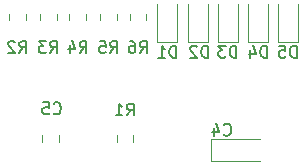
<source format=gbr>
G04 #@! TF.GenerationSoftware,KiCad,Pcbnew,5.1.2-f72e74a~84~ubuntu18.04.1*
G04 #@! TF.CreationDate,2019-06-19T14:53:36+07:00*
G04 #@! TF.ProjectId,serial_matrix_keyboard_shild,73657269-616c-45f6-9d61-747269785f6b,rev?*
G04 #@! TF.SameCoordinates,Original*
G04 #@! TF.FileFunction,Legend,Bot*
G04 #@! TF.FilePolarity,Positive*
%FSLAX46Y46*%
G04 Gerber Fmt 4.6, Leading zero omitted, Abs format (unit mm)*
G04 Created by KiCad (PCBNEW 5.1.2-f72e74a~84~ubuntu18.04.1) date 2019-06-19 14:53:36*
%MOMM*%
%LPD*%
G04 APERTURE LIST*
%ADD10C,0.120000*%
%ADD11C,0.150000*%
%ADD12C,0.100000*%
%ADD13C,1.252000*%
%ADD14C,1.452000*%
%ADD15R,1.102000X1.102000*%
%ADD16R,1.802000X1.802000*%
%ADD17O,1.802000X1.802000*%
G04 APERTURE END LIST*
D10*
X201090000Y-100538748D02*
X201090000Y-101061252D01*
X202510000Y-100538748D02*
X202510000Y-101061252D01*
X219500000Y-102735000D02*
X215415000Y-102735000D01*
X215415000Y-102735000D02*
X215415000Y-100865000D01*
X215415000Y-100865000D02*
X219500000Y-100865000D01*
X212550000Y-92600000D02*
X210850000Y-92600000D01*
X210850000Y-92600000D02*
X210850000Y-89450000D01*
X212550000Y-92600000D02*
X212550000Y-89450000D01*
X215150000Y-92600000D02*
X215150000Y-89450000D01*
X213450000Y-92600000D02*
X213450000Y-89450000D01*
X215150000Y-92600000D02*
X213450000Y-92600000D01*
X217650000Y-92600000D02*
X215950000Y-92600000D01*
X215950000Y-92600000D02*
X215950000Y-89450000D01*
X217650000Y-92600000D02*
X217650000Y-89450000D01*
X220250000Y-92600000D02*
X220250000Y-89450000D01*
X218550000Y-92600000D02*
X218550000Y-89450000D01*
X220250000Y-92600000D02*
X218550000Y-92600000D01*
X222750000Y-92600000D02*
X221050000Y-92600000D01*
X221050000Y-92600000D02*
X221050000Y-89450000D01*
X222750000Y-92600000D02*
X222750000Y-89450000D01*
X208810000Y-101061252D02*
X208810000Y-100538748D01*
X207390000Y-101061252D02*
X207390000Y-100538748D01*
X199710000Y-90288748D02*
X199710000Y-90811252D01*
X198290000Y-90288748D02*
X198290000Y-90811252D01*
X200890000Y-90288748D02*
X200890000Y-90811252D01*
X202310000Y-90288748D02*
X202310000Y-90811252D01*
X204810000Y-90288748D02*
X204810000Y-90811252D01*
X203390000Y-90288748D02*
X203390000Y-90811252D01*
X205990000Y-90288748D02*
X205990000Y-90811252D01*
X207410000Y-90288748D02*
X207410000Y-90811252D01*
X209910000Y-90288748D02*
X209910000Y-90811252D01*
X208490000Y-90288748D02*
X208490000Y-90811252D01*
D11*
X202066666Y-98657142D02*
X202114285Y-98704761D01*
X202257142Y-98752380D01*
X202352380Y-98752380D01*
X202495238Y-98704761D01*
X202590476Y-98609523D01*
X202638095Y-98514285D01*
X202685714Y-98323809D01*
X202685714Y-98180952D01*
X202638095Y-97990476D01*
X202590476Y-97895238D01*
X202495238Y-97800000D01*
X202352380Y-97752380D01*
X202257142Y-97752380D01*
X202114285Y-97800000D01*
X202066666Y-97847619D01*
X201161904Y-97752380D02*
X201638095Y-97752380D01*
X201685714Y-98228571D01*
X201638095Y-98180952D01*
X201542857Y-98133333D01*
X201304761Y-98133333D01*
X201209523Y-98180952D01*
X201161904Y-98228571D01*
X201114285Y-98323809D01*
X201114285Y-98561904D01*
X201161904Y-98657142D01*
X201209523Y-98704761D01*
X201304761Y-98752380D01*
X201542857Y-98752380D01*
X201638095Y-98704761D01*
X201685714Y-98657142D01*
X216466666Y-100457142D02*
X216514285Y-100504761D01*
X216657142Y-100552380D01*
X216752380Y-100552380D01*
X216895238Y-100504761D01*
X216990476Y-100409523D01*
X217038095Y-100314285D01*
X217085714Y-100123809D01*
X217085714Y-99980952D01*
X217038095Y-99790476D01*
X216990476Y-99695238D01*
X216895238Y-99600000D01*
X216752380Y-99552380D01*
X216657142Y-99552380D01*
X216514285Y-99600000D01*
X216466666Y-99647619D01*
X215609523Y-99885714D02*
X215609523Y-100552380D01*
X215847619Y-99504761D02*
X216085714Y-100219047D01*
X215466666Y-100219047D01*
X212438095Y-93952380D02*
X212438095Y-92952380D01*
X212200000Y-92952380D01*
X212057142Y-93000000D01*
X211961904Y-93095238D01*
X211914285Y-93190476D01*
X211866666Y-93380952D01*
X211866666Y-93523809D01*
X211914285Y-93714285D01*
X211961904Y-93809523D01*
X212057142Y-93904761D01*
X212200000Y-93952380D01*
X212438095Y-93952380D01*
X210914285Y-93952380D02*
X211485714Y-93952380D01*
X211200000Y-93952380D02*
X211200000Y-92952380D01*
X211295238Y-93095238D01*
X211390476Y-93190476D01*
X211485714Y-93238095D01*
X215138095Y-93952380D02*
X215138095Y-92952380D01*
X214900000Y-92952380D01*
X214757142Y-93000000D01*
X214661904Y-93095238D01*
X214614285Y-93190476D01*
X214566666Y-93380952D01*
X214566666Y-93523809D01*
X214614285Y-93714285D01*
X214661904Y-93809523D01*
X214757142Y-93904761D01*
X214900000Y-93952380D01*
X215138095Y-93952380D01*
X214185714Y-93047619D02*
X214138095Y-93000000D01*
X214042857Y-92952380D01*
X213804761Y-92952380D01*
X213709523Y-93000000D01*
X213661904Y-93047619D01*
X213614285Y-93142857D01*
X213614285Y-93238095D01*
X213661904Y-93380952D01*
X214233333Y-93952380D01*
X213614285Y-93952380D01*
X217538095Y-93952380D02*
X217538095Y-92952380D01*
X217300000Y-92952380D01*
X217157142Y-93000000D01*
X217061904Y-93095238D01*
X217014285Y-93190476D01*
X216966666Y-93380952D01*
X216966666Y-93523809D01*
X217014285Y-93714285D01*
X217061904Y-93809523D01*
X217157142Y-93904761D01*
X217300000Y-93952380D01*
X217538095Y-93952380D01*
X216633333Y-92952380D02*
X216014285Y-92952380D01*
X216347619Y-93333333D01*
X216204761Y-93333333D01*
X216109523Y-93380952D01*
X216061904Y-93428571D01*
X216014285Y-93523809D01*
X216014285Y-93761904D01*
X216061904Y-93857142D01*
X216109523Y-93904761D01*
X216204761Y-93952380D01*
X216490476Y-93952380D01*
X216585714Y-93904761D01*
X216633333Y-93857142D01*
X220138095Y-93952380D02*
X220138095Y-92952380D01*
X219900000Y-92952380D01*
X219757142Y-93000000D01*
X219661904Y-93095238D01*
X219614285Y-93190476D01*
X219566666Y-93380952D01*
X219566666Y-93523809D01*
X219614285Y-93714285D01*
X219661904Y-93809523D01*
X219757142Y-93904761D01*
X219900000Y-93952380D01*
X220138095Y-93952380D01*
X218709523Y-93285714D02*
X218709523Y-93952380D01*
X218947619Y-92904761D02*
X219185714Y-93619047D01*
X218566666Y-93619047D01*
X222638095Y-93952380D02*
X222638095Y-92952380D01*
X222400000Y-92952380D01*
X222257142Y-93000000D01*
X222161904Y-93095238D01*
X222114285Y-93190476D01*
X222066666Y-93380952D01*
X222066666Y-93523809D01*
X222114285Y-93714285D01*
X222161904Y-93809523D01*
X222257142Y-93904761D01*
X222400000Y-93952380D01*
X222638095Y-93952380D01*
X221161904Y-92952380D02*
X221638095Y-92952380D01*
X221685714Y-93428571D01*
X221638095Y-93380952D01*
X221542857Y-93333333D01*
X221304761Y-93333333D01*
X221209523Y-93380952D01*
X221161904Y-93428571D01*
X221114285Y-93523809D01*
X221114285Y-93761904D01*
X221161904Y-93857142D01*
X221209523Y-93904761D01*
X221304761Y-93952380D01*
X221542857Y-93952380D01*
X221638095Y-93904761D01*
X221685714Y-93857142D01*
X208266666Y-98852380D02*
X208600000Y-98376190D01*
X208838095Y-98852380D02*
X208838095Y-97852380D01*
X208457142Y-97852380D01*
X208361904Y-97900000D01*
X208314285Y-97947619D01*
X208266666Y-98042857D01*
X208266666Y-98185714D01*
X208314285Y-98280952D01*
X208361904Y-98328571D01*
X208457142Y-98376190D01*
X208838095Y-98376190D01*
X207314285Y-98852380D02*
X207885714Y-98852380D01*
X207600000Y-98852380D02*
X207600000Y-97852380D01*
X207695238Y-97995238D01*
X207790476Y-98090476D01*
X207885714Y-98138095D01*
X199166666Y-93552380D02*
X199500000Y-93076190D01*
X199738095Y-93552380D02*
X199738095Y-92552380D01*
X199357142Y-92552380D01*
X199261904Y-92600000D01*
X199214285Y-92647619D01*
X199166666Y-92742857D01*
X199166666Y-92885714D01*
X199214285Y-92980952D01*
X199261904Y-93028571D01*
X199357142Y-93076190D01*
X199738095Y-93076190D01*
X198785714Y-92647619D02*
X198738095Y-92600000D01*
X198642857Y-92552380D01*
X198404761Y-92552380D01*
X198309523Y-92600000D01*
X198261904Y-92647619D01*
X198214285Y-92742857D01*
X198214285Y-92838095D01*
X198261904Y-92980952D01*
X198833333Y-93552380D01*
X198214285Y-93552380D01*
X201766666Y-93552380D02*
X202100000Y-93076190D01*
X202338095Y-93552380D02*
X202338095Y-92552380D01*
X201957142Y-92552380D01*
X201861904Y-92600000D01*
X201814285Y-92647619D01*
X201766666Y-92742857D01*
X201766666Y-92885714D01*
X201814285Y-92980952D01*
X201861904Y-93028571D01*
X201957142Y-93076190D01*
X202338095Y-93076190D01*
X201433333Y-92552380D02*
X200814285Y-92552380D01*
X201147619Y-92933333D01*
X201004761Y-92933333D01*
X200909523Y-92980952D01*
X200861904Y-93028571D01*
X200814285Y-93123809D01*
X200814285Y-93361904D01*
X200861904Y-93457142D01*
X200909523Y-93504761D01*
X201004761Y-93552380D01*
X201290476Y-93552380D01*
X201385714Y-93504761D01*
X201433333Y-93457142D01*
X204266666Y-93552380D02*
X204600000Y-93076190D01*
X204838095Y-93552380D02*
X204838095Y-92552380D01*
X204457142Y-92552380D01*
X204361904Y-92600000D01*
X204314285Y-92647619D01*
X204266666Y-92742857D01*
X204266666Y-92885714D01*
X204314285Y-92980952D01*
X204361904Y-93028571D01*
X204457142Y-93076190D01*
X204838095Y-93076190D01*
X203409523Y-92885714D02*
X203409523Y-93552380D01*
X203647619Y-92504761D02*
X203885714Y-93219047D01*
X203266666Y-93219047D01*
X206866666Y-93552380D02*
X207200000Y-93076190D01*
X207438095Y-93552380D02*
X207438095Y-92552380D01*
X207057142Y-92552380D01*
X206961904Y-92600000D01*
X206914285Y-92647619D01*
X206866666Y-92742857D01*
X206866666Y-92885714D01*
X206914285Y-92980952D01*
X206961904Y-93028571D01*
X207057142Y-93076190D01*
X207438095Y-93076190D01*
X205961904Y-92552380D02*
X206438095Y-92552380D01*
X206485714Y-93028571D01*
X206438095Y-92980952D01*
X206342857Y-92933333D01*
X206104761Y-92933333D01*
X206009523Y-92980952D01*
X205961904Y-93028571D01*
X205914285Y-93123809D01*
X205914285Y-93361904D01*
X205961904Y-93457142D01*
X206009523Y-93504761D01*
X206104761Y-93552380D01*
X206342857Y-93552380D01*
X206438095Y-93504761D01*
X206485714Y-93457142D01*
X209366666Y-93552380D02*
X209700000Y-93076190D01*
X209938095Y-93552380D02*
X209938095Y-92552380D01*
X209557142Y-92552380D01*
X209461904Y-92600000D01*
X209414285Y-92647619D01*
X209366666Y-92742857D01*
X209366666Y-92885714D01*
X209414285Y-92980952D01*
X209461904Y-93028571D01*
X209557142Y-93076190D01*
X209938095Y-93076190D01*
X208509523Y-92552380D02*
X208700000Y-92552380D01*
X208795238Y-92600000D01*
X208842857Y-92647619D01*
X208938095Y-92790476D01*
X208985714Y-92980952D01*
X208985714Y-93361904D01*
X208938095Y-93457142D01*
X208890476Y-93504761D01*
X208795238Y-93552380D01*
X208604761Y-93552380D01*
X208509523Y-93504761D01*
X208461904Y-93457142D01*
X208414285Y-93361904D01*
X208414285Y-93123809D01*
X208461904Y-93028571D01*
X208509523Y-92980952D01*
X208604761Y-92933333D01*
X208795238Y-92933333D01*
X208890476Y-92980952D01*
X208938095Y-93028571D01*
X208985714Y-93123809D01*
%LPC*%
D12*
G36*
X202305505Y-99150311D02*
G01*
X202331925Y-99154230D01*
X202357835Y-99160720D01*
X202382983Y-99169718D01*
X202407128Y-99181138D01*
X202430038Y-99194869D01*
X202451492Y-99210780D01*
X202471282Y-99228718D01*
X202489220Y-99248508D01*
X202505131Y-99269962D01*
X202518862Y-99292872D01*
X202530282Y-99317017D01*
X202539280Y-99342165D01*
X202545770Y-99368075D01*
X202549689Y-99394495D01*
X202551000Y-99421173D01*
X202551000Y-100128827D01*
X202549689Y-100155505D01*
X202545770Y-100181925D01*
X202539280Y-100207835D01*
X202530282Y-100232983D01*
X202518862Y-100257128D01*
X202505131Y-100280038D01*
X202489220Y-100301492D01*
X202471282Y-100321282D01*
X202451492Y-100339220D01*
X202430038Y-100355131D01*
X202407128Y-100368862D01*
X202382983Y-100380282D01*
X202357835Y-100389280D01*
X202331925Y-100395770D01*
X202305505Y-100399689D01*
X202278827Y-100401000D01*
X201321173Y-100401000D01*
X201294495Y-100399689D01*
X201268075Y-100395770D01*
X201242165Y-100389280D01*
X201217017Y-100380282D01*
X201192872Y-100368862D01*
X201169962Y-100355131D01*
X201148508Y-100339220D01*
X201128718Y-100321282D01*
X201110780Y-100301492D01*
X201094869Y-100280038D01*
X201081138Y-100257128D01*
X201069718Y-100232983D01*
X201060720Y-100207835D01*
X201054230Y-100181925D01*
X201050311Y-100155505D01*
X201049000Y-100128827D01*
X201049000Y-99421173D01*
X201050311Y-99394495D01*
X201054230Y-99368075D01*
X201060720Y-99342165D01*
X201069718Y-99317017D01*
X201081138Y-99292872D01*
X201094869Y-99269962D01*
X201110780Y-99248508D01*
X201128718Y-99228718D01*
X201148508Y-99210780D01*
X201169962Y-99194869D01*
X201192872Y-99181138D01*
X201217017Y-99169718D01*
X201242165Y-99160720D01*
X201268075Y-99154230D01*
X201294495Y-99150311D01*
X201321173Y-99149000D01*
X202278827Y-99149000D01*
X202305505Y-99150311D01*
X202305505Y-99150311D01*
G37*
D13*
X201800000Y-99775000D03*
D12*
G36*
X202305505Y-101200311D02*
G01*
X202331925Y-101204230D01*
X202357835Y-101210720D01*
X202382983Y-101219718D01*
X202407128Y-101231138D01*
X202430038Y-101244869D01*
X202451492Y-101260780D01*
X202471282Y-101278718D01*
X202489220Y-101298508D01*
X202505131Y-101319962D01*
X202518862Y-101342872D01*
X202530282Y-101367017D01*
X202539280Y-101392165D01*
X202545770Y-101418075D01*
X202549689Y-101444495D01*
X202551000Y-101471173D01*
X202551000Y-102178827D01*
X202549689Y-102205505D01*
X202545770Y-102231925D01*
X202539280Y-102257835D01*
X202530282Y-102282983D01*
X202518862Y-102307128D01*
X202505131Y-102330038D01*
X202489220Y-102351492D01*
X202471282Y-102371282D01*
X202451492Y-102389220D01*
X202430038Y-102405131D01*
X202407128Y-102418862D01*
X202382983Y-102430282D01*
X202357835Y-102439280D01*
X202331925Y-102445770D01*
X202305505Y-102449689D01*
X202278827Y-102451000D01*
X201321173Y-102451000D01*
X201294495Y-102449689D01*
X201268075Y-102445770D01*
X201242165Y-102439280D01*
X201217017Y-102430282D01*
X201192872Y-102418862D01*
X201169962Y-102405131D01*
X201148508Y-102389220D01*
X201128718Y-102371282D01*
X201110780Y-102351492D01*
X201094869Y-102330038D01*
X201081138Y-102307128D01*
X201069718Y-102282983D01*
X201060720Y-102257835D01*
X201054230Y-102231925D01*
X201050311Y-102205505D01*
X201049000Y-102178827D01*
X201049000Y-101471173D01*
X201050311Y-101444495D01*
X201054230Y-101418075D01*
X201060720Y-101392165D01*
X201069718Y-101367017D01*
X201081138Y-101342872D01*
X201094869Y-101319962D01*
X201110780Y-101298508D01*
X201128718Y-101278718D01*
X201148508Y-101260780D01*
X201169962Y-101244869D01*
X201192872Y-101231138D01*
X201217017Y-101219718D01*
X201242165Y-101210720D01*
X201268075Y-101204230D01*
X201294495Y-101200311D01*
X201321173Y-101199000D01*
X202278827Y-101199000D01*
X202305505Y-101200311D01*
X202305505Y-101200311D01*
G37*
D13*
X201800000Y-101825000D03*
D12*
G36*
X217058468Y-101075295D02*
G01*
X217084569Y-101079167D01*
X217110166Y-101085578D01*
X217135011Y-101094468D01*
X217158865Y-101105750D01*
X217181498Y-101119316D01*
X217202693Y-101135035D01*
X217222245Y-101152755D01*
X217239965Y-101172307D01*
X217255684Y-101193502D01*
X217269250Y-101216135D01*
X217280532Y-101239989D01*
X217289422Y-101264834D01*
X217295833Y-101290431D01*
X217299705Y-101316532D01*
X217301000Y-101342888D01*
X217301000Y-102257112D01*
X217299705Y-102283468D01*
X217295833Y-102309569D01*
X217289422Y-102335166D01*
X217280532Y-102360011D01*
X217269250Y-102383865D01*
X217255684Y-102406498D01*
X217239965Y-102427693D01*
X217222245Y-102447245D01*
X217202693Y-102464965D01*
X217181498Y-102480684D01*
X217158865Y-102494250D01*
X217135011Y-102505532D01*
X217110166Y-102514422D01*
X217084569Y-102520833D01*
X217058468Y-102524705D01*
X217032112Y-102526000D01*
X215892888Y-102526000D01*
X215866532Y-102524705D01*
X215840431Y-102520833D01*
X215814834Y-102514422D01*
X215789989Y-102505532D01*
X215766135Y-102494250D01*
X215743502Y-102480684D01*
X215722307Y-102464965D01*
X215702755Y-102447245D01*
X215685035Y-102427693D01*
X215669316Y-102406498D01*
X215655750Y-102383865D01*
X215644468Y-102360011D01*
X215635578Y-102335166D01*
X215629167Y-102309569D01*
X215625295Y-102283468D01*
X215624000Y-102257112D01*
X215624000Y-101342888D01*
X215625295Y-101316532D01*
X215629167Y-101290431D01*
X215635578Y-101264834D01*
X215644468Y-101239989D01*
X215655750Y-101216135D01*
X215669316Y-101193502D01*
X215685035Y-101172307D01*
X215702755Y-101152755D01*
X215722307Y-101135035D01*
X215743502Y-101119316D01*
X215766135Y-101105750D01*
X215789989Y-101094468D01*
X215814834Y-101085578D01*
X215840431Y-101079167D01*
X215866532Y-101075295D01*
X215892888Y-101074000D01*
X217032112Y-101074000D01*
X217058468Y-101075295D01*
X217058468Y-101075295D01*
G37*
D14*
X216462500Y-101800000D03*
D12*
G36*
X219933468Y-101075295D02*
G01*
X219959569Y-101079167D01*
X219985166Y-101085578D01*
X220010011Y-101094468D01*
X220033865Y-101105750D01*
X220056498Y-101119316D01*
X220077693Y-101135035D01*
X220097245Y-101152755D01*
X220114965Y-101172307D01*
X220130684Y-101193502D01*
X220144250Y-101216135D01*
X220155532Y-101239989D01*
X220164422Y-101264834D01*
X220170833Y-101290431D01*
X220174705Y-101316532D01*
X220176000Y-101342888D01*
X220176000Y-102257112D01*
X220174705Y-102283468D01*
X220170833Y-102309569D01*
X220164422Y-102335166D01*
X220155532Y-102360011D01*
X220144250Y-102383865D01*
X220130684Y-102406498D01*
X220114965Y-102427693D01*
X220097245Y-102447245D01*
X220077693Y-102464965D01*
X220056498Y-102480684D01*
X220033865Y-102494250D01*
X220010011Y-102505532D01*
X219985166Y-102514422D01*
X219959569Y-102520833D01*
X219933468Y-102524705D01*
X219907112Y-102526000D01*
X218767888Y-102526000D01*
X218741532Y-102524705D01*
X218715431Y-102520833D01*
X218689834Y-102514422D01*
X218664989Y-102505532D01*
X218641135Y-102494250D01*
X218618502Y-102480684D01*
X218597307Y-102464965D01*
X218577755Y-102447245D01*
X218560035Y-102427693D01*
X218544316Y-102406498D01*
X218530750Y-102383865D01*
X218519468Y-102360011D01*
X218510578Y-102335166D01*
X218504167Y-102309569D01*
X218500295Y-102283468D01*
X218499000Y-102257112D01*
X218499000Y-101342888D01*
X218500295Y-101316532D01*
X218504167Y-101290431D01*
X218510578Y-101264834D01*
X218519468Y-101239989D01*
X218530750Y-101216135D01*
X218544316Y-101193502D01*
X218560035Y-101172307D01*
X218577755Y-101152755D01*
X218597307Y-101135035D01*
X218618502Y-101119316D01*
X218641135Y-101105750D01*
X218664989Y-101094468D01*
X218689834Y-101085578D01*
X218715431Y-101079167D01*
X218741532Y-101075295D01*
X218767888Y-101074000D01*
X219907112Y-101074000D01*
X219933468Y-101075295D01*
X219933468Y-101075295D01*
G37*
D14*
X219337500Y-101800000D03*
D15*
X211700000Y-91950000D03*
X211700000Y-89450000D03*
X214300000Y-89450000D03*
X214300000Y-91950000D03*
X216800000Y-91950000D03*
X216800000Y-89450000D03*
X219400000Y-89450000D03*
X219400000Y-91950000D03*
X221900000Y-91950000D03*
X221900000Y-89450000D03*
D16*
X216760000Y-104500000D03*
D17*
X219300000Y-104500000D03*
X221840000Y-104500000D03*
D16*
X211840000Y-104500000D03*
D17*
X209300000Y-104500000D03*
X206760000Y-104500000D03*
X204220000Y-104500000D03*
X201680000Y-104500000D03*
X199140000Y-104500000D03*
D16*
X199300000Y-87000000D03*
D17*
X201840000Y-87000000D03*
X204380000Y-87000000D03*
X206920000Y-87000000D03*
X209460000Y-87000000D03*
X212000000Y-87000000D03*
X214540000Y-87000000D03*
X217080000Y-87000000D03*
X219620000Y-87000000D03*
X222160000Y-87000000D03*
D12*
G36*
X208605505Y-101200311D02*
G01*
X208631925Y-101204230D01*
X208657835Y-101210720D01*
X208682983Y-101219718D01*
X208707128Y-101231138D01*
X208730038Y-101244869D01*
X208751492Y-101260780D01*
X208771282Y-101278718D01*
X208789220Y-101298508D01*
X208805131Y-101319962D01*
X208818862Y-101342872D01*
X208830282Y-101367017D01*
X208839280Y-101392165D01*
X208845770Y-101418075D01*
X208849689Y-101444495D01*
X208851000Y-101471173D01*
X208851000Y-102178827D01*
X208849689Y-102205505D01*
X208845770Y-102231925D01*
X208839280Y-102257835D01*
X208830282Y-102282983D01*
X208818862Y-102307128D01*
X208805131Y-102330038D01*
X208789220Y-102351492D01*
X208771282Y-102371282D01*
X208751492Y-102389220D01*
X208730038Y-102405131D01*
X208707128Y-102418862D01*
X208682983Y-102430282D01*
X208657835Y-102439280D01*
X208631925Y-102445770D01*
X208605505Y-102449689D01*
X208578827Y-102451000D01*
X207621173Y-102451000D01*
X207594495Y-102449689D01*
X207568075Y-102445770D01*
X207542165Y-102439280D01*
X207517017Y-102430282D01*
X207492872Y-102418862D01*
X207469962Y-102405131D01*
X207448508Y-102389220D01*
X207428718Y-102371282D01*
X207410780Y-102351492D01*
X207394869Y-102330038D01*
X207381138Y-102307128D01*
X207369718Y-102282983D01*
X207360720Y-102257835D01*
X207354230Y-102231925D01*
X207350311Y-102205505D01*
X207349000Y-102178827D01*
X207349000Y-101471173D01*
X207350311Y-101444495D01*
X207354230Y-101418075D01*
X207360720Y-101392165D01*
X207369718Y-101367017D01*
X207381138Y-101342872D01*
X207394869Y-101319962D01*
X207410780Y-101298508D01*
X207428718Y-101278718D01*
X207448508Y-101260780D01*
X207469962Y-101244869D01*
X207492872Y-101231138D01*
X207517017Y-101219718D01*
X207542165Y-101210720D01*
X207568075Y-101204230D01*
X207594495Y-101200311D01*
X207621173Y-101199000D01*
X208578827Y-101199000D01*
X208605505Y-101200311D01*
X208605505Y-101200311D01*
G37*
D13*
X208100000Y-101825000D03*
D12*
G36*
X208605505Y-99150311D02*
G01*
X208631925Y-99154230D01*
X208657835Y-99160720D01*
X208682983Y-99169718D01*
X208707128Y-99181138D01*
X208730038Y-99194869D01*
X208751492Y-99210780D01*
X208771282Y-99228718D01*
X208789220Y-99248508D01*
X208805131Y-99269962D01*
X208818862Y-99292872D01*
X208830282Y-99317017D01*
X208839280Y-99342165D01*
X208845770Y-99368075D01*
X208849689Y-99394495D01*
X208851000Y-99421173D01*
X208851000Y-100128827D01*
X208849689Y-100155505D01*
X208845770Y-100181925D01*
X208839280Y-100207835D01*
X208830282Y-100232983D01*
X208818862Y-100257128D01*
X208805131Y-100280038D01*
X208789220Y-100301492D01*
X208771282Y-100321282D01*
X208751492Y-100339220D01*
X208730038Y-100355131D01*
X208707128Y-100368862D01*
X208682983Y-100380282D01*
X208657835Y-100389280D01*
X208631925Y-100395770D01*
X208605505Y-100399689D01*
X208578827Y-100401000D01*
X207621173Y-100401000D01*
X207594495Y-100399689D01*
X207568075Y-100395770D01*
X207542165Y-100389280D01*
X207517017Y-100380282D01*
X207492872Y-100368862D01*
X207469962Y-100355131D01*
X207448508Y-100339220D01*
X207428718Y-100321282D01*
X207410780Y-100301492D01*
X207394869Y-100280038D01*
X207381138Y-100257128D01*
X207369718Y-100232983D01*
X207360720Y-100207835D01*
X207354230Y-100181925D01*
X207350311Y-100155505D01*
X207349000Y-100128827D01*
X207349000Y-99421173D01*
X207350311Y-99394495D01*
X207354230Y-99368075D01*
X207360720Y-99342165D01*
X207369718Y-99317017D01*
X207381138Y-99292872D01*
X207394869Y-99269962D01*
X207410780Y-99248508D01*
X207428718Y-99228718D01*
X207448508Y-99210780D01*
X207469962Y-99194869D01*
X207492872Y-99181138D01*
X207517017Y-99169718D01*
X207542165Y-99160720D01*
X207568075Y-99154230D01*
X207594495Y-99150311D01*
X207621173Y-99149000D01*
X208578827Y-99149000D01*
X208605505Y-99150311D01*
X208605505Y-99150311D01*
G37*
D13*
X208100000Y-99775000D03*
D12*
G36*
X199505505Y-90950311D02*
G01*
X199531925Y-90954230D01*
X199557835Y-90960720D01*
X199582983Y-90969718D01*
X199607128Y-90981138D01*
X199630038Y-90994869D01*
X199651492Y-91010780D01*
X199671282Y-91028718D01*
X199689220Y-91048508D01*
X199705131Y-91069962D01*
X199718862Y-91092872D01*
X199730282Y-91117017D01*
X199739280Y-91142165D01*
X199745770Y-91168075D01*
X199749689Y-91194495D01*
X199751000Y-91221173D01*
X199751000Y-91928827D01*
X199749689Y-91955505D01*
X199745770Y-91981925D01*
X199739280Y-92007835D01*
X199730282Y-92032983D01*
X199718862Y-92057128D01*
X199705131Y-92080038D01*
X199689220Y-92101492D01*
X199671282Y-92121282D01*
X199651492Y-92139220D01*
X199630038Y-92155131D01*
X199607128Y-92168862D01*
X199582983Y-92180282D01*
X199557835Y-92189280D01*
X199531925Y-92195770D01*
X199505505Y-92199689D01*
X199478827Y-92201000D01*
X198521173Y-92201000D01*
X198494495Y-92199689D01*
X198468075Y-92195770D01*
X198442165Y-92189280D01*
X198417017Y-92180282D01*
X198392872Y-92168862D01*
X198369962Y-92155131D01*
X198348508Y-92139220D01*
X198328718Y-92121282D01*
X198310780Y-92101492D01*
X198294869Y-92080038D01*
X198281138Y-92057128D01*
X198269718Y-92032983D01*
X198260720Y-92007835D01*
X198254230Y-91981925D01*
X198250311Y-91955505D01*
X198249000Y-91928827D01*
X198249000Y-91221173D01*
X198250311Y-91194495D01*
X198254230Y-91168075D01*
X198260720Y-91142165D01*
X198269718Y-91117017D01*
X198281138Y-91092872D01*
X198294869Y-91069962D01*
X198310780Y-91048508D01*
X198328718Y-91028718D01*
X198348508Y-91010780D01*
X198369962Y-90994869D01*
X198392872Y-90981138D01*
X198417017Y-90969718D01*
X198442165Y-90960720D01*
X198468075Y-90954230D01*
X198494495Y-90950311D01*
X198521173Y-90949000D01*
X199478827Y-90949000D01*
X199505505Y-90950311D01*
X199505505Y-90950311D01*
G37*
D13*
X199000000Y-91575000D03*
D12*
G36*
X199505505Y-88900311D02*
G01*
X199531925Y-88904230D01*
X199557835Y-88910720D01*
X199582983Y-88919718D01*
X199607128Y-88931138D01*
X199630038Y-88944869D01*
X199651492Y-88960780D01*
X199671282Y-88978718D01*
X199689220Y-88998508D01*
X199705131Y-89019962D01*
X199718862Y-89042872D01*
X199730282Y-89067017D01*
X199739280Y-89092165D01*
X199745770Y-89118075D01*
X199749689Y-89144495D01*
X199751000Y-89171173D01*
X199751000Y-89878827D01*
X199749689Y-89905505D01*
X199745770Y-89931925D01*
X199739280Y-89957835D01*
X199730282Y-89982983D01*
X199718862Y-90007128D01*
X199705131Y-90030038D01*
X199689220Y-90051492D01*
X199671282Y-90071282D01*
X199651492Y-90089220D01*
X199630038Y-90105131D01*
X199607128Y-90118862D01*
X199582983Y-90130282D01*
X199557835Y-90139280D01*
X199531925Y-90145770D01*
X199505505Y-90149689D01*
X199478827Y-90151000D01*
X198521173Y-90151000D01*
X198494495Y-90149689D01*
X198468075Y-90145770D01*
X198442165Y-90139280D01*
X198417017Y-90130282D01*
X198392872Y-90118862D01*
X198369962Y-90105131D01*
X198348508Y-90089220D01*
X198328718Y-90071282D01*
X198310780Y-90051492D01*
X198294869Y-90030038D01*
X198281138Y-90007128D01*
X198269718Y-89982983D01*
X198260720Y-89957835D01*
X198254230Y-89931925D01*
X198250311Y-89905505D01*
X198249000Y-89878827D01*
X198249000Y-89171173D01*
X198250311Y-89144495D01*
X198254230Y-89118075D01*
X198260720Y-89092165D01*
X198269718Y-89067017D01*
X198281138Y-89042872D01*
X198294869Y-89019962D01*
X198310780Y-88998508D01*
X198328718Y-88978718D01*
X198348508Y-88960780D01*
X198369962Y-88944869D01*
X198392872Y-88931138D01*
X198417017Y-88919718D01*
X198442165Y-88910720D01*
X198468075Y-88904230D01*
X198494495Y-88900311D01*
X198521173Y-88899000D01*
X199478827Y-88899000D01*
X199505505Y-88900311D01*
X199505505Y-88900311D01*
G37*
D13*
X199000000Y-89525000D03*
D12*
G36*
X202105505Y-88900311D02*
G01*
X202131925Y-88904230D01*
X202157835Y-88910720D01*
X202182983Y-88919718D01*
X202207128Y-88931138D01*
X202230038Y-88944869D01*
X202251492Y-88960780D01*
X202271282Y-88978718D01*
X202289220Y-88998508D01*
X202305131Y-89019962D01*
X202318862Y-89042872D01*
X202330282Y-89067017D01*
X202339280Y-89092165D01*
X202345770Y-89118075D01*
X202349689Y-89144495D01*
X202351000Y-89171173D01*
X202351000Y-89878827D01*
X202349689Y-89905505D01*
X202345770Y-89931925D01*
X202339280Y-89957835D01*
X202330282Y-89982983D01*
X202318862Y-90007128D01*
X202305131Y-90030038D01*
X202289220Y-90051492D01*
X202271282Y-90071282D01*
X202251492Y-90089220D01*
X202230038Y-90105131D01*
X202207128Y-90118862D01*
X202182983Y-90130282D01*
X202157835Y-90139280D01*
X202131925Y-90145770D01*
X202105505Y-90149689D01*
X202078827Y-90151000D01*
X201121173Y-90151000D01*
X201094495Y-90149689D01*
X201068075Y-90145770D01*
X201042165Y-90139280D01*
X201017017Y-90130282D01*
X200992872Y-90118862D01*
X200969962Y-90105131D01*
X200948508Y-90089220D01*
X200928718Y-90071282D01*
X200910780Y-90051492D01*
X200894869Y-90030038D01*
X200881138Y-90007128D01*
X200869718Y-89982983D01*
X200860720Y-89957835D01*
X200854230Y-89931925D01*
X200850311Y-89905505D01*
X200849000Y-89878827D01*
X200849000Y-89171173D01*
X200850311Y-89144495D01*
X200854230Y-89118075D01*
X200860720Y-89092165D01*
X200869718Y-89067017D01*
X200881138Y-89042872D01*
X200894869Y-89019962D01*
X200910780Y-88998508D01*
X200928718Y-88978718D01*
X200948508Y-88960780D01*
X200969962Y-88944869D01*
X200992872Y-88931138D01*
X201017017Y-88919718D01*
X201042165Y-88910720D01*
X201068075Y-88904230D01*
X201094495Y-88900311D01*
X201121173Y-88899000D01*
X202078827Y-88899000D01*
X202105505Y-88900311D01*
X202105505Y-88900311D01*
G37*
D13*
X201600000Y-89525000D03*
D12*
G36*
X202105505Y-90950311D02*
G01*
X202131925Y-90954230D01*
X202157835Y-90960720D01*
X202182983Y-90969718D01*
X202207128Y-90981138D01*
X202230038Y-90994869D01*
X202251492Y-91010780D01*
X202271282Y-91028718D01*
X202289220Y-91048508D01*
X202305131Y-91069962D01*
X202318862Y-91092872D01*
X202330282Y-91117017D01*
X202339280Y-91142165D01*
X202345770Y-91168075D01*
X202349689Y-91194495D01*
X202351000Y-91221173D01*
X202351000Y-91928827D01*
X202349689Y-91955505D01*
X202345770Y-91981925D01*
X202339280Y-92007835D01*
X202330282Y-92032983D01*
X202318862Y-92057128D01*
X202305131Y-92080038D01*
X202289220Y-92101492D01*
X202271282Y-92121282D01*
X202251492Y-92139220D01*
X202230038Y-92155131D01*
X202207128Y-92168862D01*
X202182983Y-92180282D01*
X202157835Y-92189280D01*
X202131925Y-92195770D01*
X202105505Y-92199689D01*
X202078827Y-92201000D01*
X201121173Y-92201000D01*
X201094495Y-92199689D01*
X201068075Y-92195770D01*
X201042165Y-92189280D01*
X201017017Y-92180282D01*
X200992872Y-92168862D01*
X200969962Y-92155131D01*
X200948508Y-92139220D01*
X200928718Y-92121282D01*
X200910780Y-92101492D01*
X200894869Y-92080038D01*
X200881138Y-92057128D01*
X200869718Y-92032983D01*
X200860720Y-92007835D01*
X200854230Y-91981925D01*
X200850311Y-91955505D01*
X200849000Y-91928827D01*
X200849000Y-91221173D01*
X200850311Y-91194495D01*
X200854230Y-91168075D01*
X200860720Y-91142165D01*
X200869718Y-91117017D01*
X200881138Y-91092872D01*
X200894869Y-91069962D01*
X200910780Y-91048508D01*
X200928718Y-91028718D01*
X200948508Y-91010780D01*
X200969962Y-90994869D01*
X200992872Y-90981138D01*
X201017017Y-90969718D01*
X201042165Y-90960720D01*
X201068075Y-90954230D01*
X201094495Y-90950311D01*
X201121173Y-90949000D01*
X202078827Y-90949000D01*
X202105505Y-90950311D01*
X202105505Y-90950311D01*
G37*
D13*
X201600000Y-91575000D03*
D12*
G36*
X204605505Y-90950311D02*
G01*
X204631925Y-90954230D01*
X204657835Y-90960720D01*
X204682983Y-90969718D01*
X204707128Y-90981138D01*
X204730038Y-90994869D01*
X204751492Y-91010780D01*
X204771282Y-91028718D01*
X204789220Y-91048508D01*
X204805131Y-91069962D01*
X204818862Y-91092872D01*
X204830282Y-91117017D01*
X204839280Y-91142165D01*
X204845770Y-91168075D01*
X204849689Y-91194495D01*
X204851000Y-91221173D01*
X204851000Y-91928827D01*
X204849689Y-91955505D01*
X204845770Y-91981925D01*
X204839280Y-92007835D01*
X204830282Y-92032983D01*
X204818862Y-92057128D01*
X204805131Y-92080038D01*
X204789220Y-92101492D01*
X204771282Y-92121282D01*
X204751492Y-92139220D01*
X204730038Y-92155131D01*
X204707128Y-92168862D01*
X204682983Y-92180282D01*
X204657835Y-92189280D01*
X204631925Y-92195770D01*
X204605505Y-92199689D01*
X204578827Y-92201000D01*
X203621173Y-92201000D01*
X203594495Y-92199689D01*
X203568075Y-92195770D01*
X203542165Y-92189280D01*
X203517017Y-92180282D01*
X203492872Y-92168862D01*
X203469962Y-92155131D01*
X203448508Y-92139220D01*
X203428718Y-92121282D01*
X203410780Y-92101492D01*
X203394869Y-92080038D01*
X203381138Y-92057128D01*
X203369718Y-92032983D01*
X203360720Y-92007835D01*
X203354230Y-91981925D01*
X203350311Y-91955505D01*
X203349000Y-91928827D01*
X203349000Y-91221173D01*
X203350311Y-91194495D01*
X203354230Y-91168075D01*
X203360720Y-91142165D01*
X203369718Y-91117017D01*
X203381138Y-91092872D01*
X203394869Y-91069962D01*
X203410780Y-91048508D01*
X203428718Y-91028718D01*
X203448508Y-91010780D01*
X203469962Y-90994869D01*
X203492872Y-90981138D01*
X203517017Y-90969718D01*
X203542165Y-90960720D01*
X203568075Y-90954230D01*
X203594495Y-90950311D01*
X203621173Y-90949000D01*
X204578827Y-90949000D01*
X204605505Y-90950311D01*
X204605505Y-90950311D01*
G37*
D13*
X204100000Y-91575000D03*
D12*
G36*
X204605505Y-88900311D02*
G01*
X204631925Y-88904230D01*
X204657835Y-88910720D01*
X204682983Y-88919718D01*
X204707128Y-88931138D01*
X204730038Y-88944869D01*
X204751492Y-88960780D01*
X204771282Y-88978718D01*
X204789220Y-88998508D01*
X204805131Y-89019962D01*
X204818862Y-89042872D01*
X204830282Y-89067017D01*
X204839280Y-89092165D01*
X204845770Y-89118075D01*
X204849689Y-89144495D01*
X204851000Y-89171173D01*
X204851000Y-89878827D01*
X204849689Y-89905505D01*
X204845770Y-89931925D01*
X204839280Y-89957835D01*
X204830282Y-89982983D01*
X204818862Y-90007128D01*
X204805131Y-90030038D01*
X204789220Y-90051492D01*
X204771282Y-90071282D01*
X204751492Y-90089220D01*
X204730038Y-90105131D01*
X204707128Y-90118862D01*
X204682983Y-90130282D01*
X204657835Y-90139280D01*
X204631925Y-90145770D01*
X204605505Y-90149689D01*
X204578827Y-90151000D01*
X203621173Y-90151000D01*
X203594495Y-90149689D01*
X203568075Y-90145770D01*
X203542165Y-90139280D01*
X203517017Y-90130282D01*
X203492872Y-90118862D01*
X203469962Y-90105131D01*
X203448508Y-90089220D01*
X203428718Y-90071282D01*
X203410780Y-90051492D01*
X203394869Y-90030038D01*
X203381138Y-90007128D01*
X203369718Y-89982983D01*
X203360720Y-89957835D01*
X203354230Y-89931925D01*
X203350311Y-89905505D01*
X203349000Y-89878827D01*
X203349000Y-89171173D01*
X203350311Y-89144495D01*
X203354230Y-89118075D01*
X203360720Y-89092165D01*
X203369718Y-89067017D01*
X203381138Y-89042872D01*
X203394869Y-89019962D01*
X203410780Y-88998508D01*
X203428718Y-88978718D01*
X203448508Y-88960780D01*
X203469962Y-88944869D01*
X203492872Y-88931138D01*
X203517017Y-88919718D01*
X203542165Y-88910720D01*
X203568075Y-88904230D01*
X203594495Y-88900311D01*
X203621173Y-88899000D01*
X204578827Y-88899000D01*
X204605505Y-88900311D01*
X204605505Y-88900311D01*
G37*
D13*
X204100000Y-89525000D03*
D12*
G36*
X207205505Y-88900311D02*
G01*
X207231925Y-88904230D01*
X207257835Y-88910720D01*
X207282983Y-88919718D01*
X207307128Y-88931138D01*
X207330038Y-88944869D01*
X207351492Y-88960780D01*
X207371282Y-88978718D01*
X207389220Y-88998508D01*
X207405131Y-89019962D01*
X207418862Y-89042872D01*
X207430282Y-89067017D01*
X207439280Y-89092165D01*
X207445770Y-89118075D01*
X207449689Y-89144495D01*
X207451000Y-89171173D01*
X207451000Y-89878827D01*
X207449689Y-89905505D01*
X207445770Y-89931925D01*
X207439280Y-89957835D01*
X207430282Y-89982983D01*
X207418862Y-90007128D01*
X207405131Y-90030038D01*
X207389220Y-90051492D01*
X207371282Y-90071282D01*
X207351492Y-90089220D01*
X207330038Y-90105131D01*
X207307128Y-90118862D01*
X207282983Y-90130282D01*
X207257835Y-90139280D01*
X207231925Y-90145770D01*
X207205505Y-90149689D01*
X207178827Y-90151000D01*
X206221173Y-90151000D01*
X206194495Y-90149689D01*
X206168075Y-90145770D01*
X206142165Y-90139280D01*
X206117017Y-90130282D01*
X206092872Y-90118862D01*
X206069962Y-90105131D01*
X206048508Y-90089220D01*
X206028718Y-90071282D01*
X206010780Y-90051492D01*
X205994869Y-90030038D01*
X205981138Y-90007128D01*
X205969718Y-89982983D01*
X205960720Y-89957835D01*
X205954230Y-89931925D01*
X205950311Y-89905505D01*
X205949000Y-89878827D01*
X205949000Y-89171173D01*
X205950311Y-89144495D01*
X205954230Y-89118075D01*
X205960720Y-89092165D01*
X205969718Y-89067017D01*
X205981138Y-89042872D01*
X205994869Y-89019962D01*
X206010780Y-88998508D01*
X206028718Y-88978718D01*
X206048508Y-88960780D01*
X206069962Y-88944869D01*
X206092872Y-88931138D01*
X206117017Y-88919718D01*
X206142165Y-88910720D01*
X206168075Y-88904230D01*
X206194495Y-88900311D01*
X206221173Y-88899000D01*
X207178827Y-88899000D01*
X207205505Y-88900311D01*
X207205505Y-88900311D01*
G37*
D13*
X206700000Y-89525000D03*
D12*
G36*
X207205505Y-90950311D02*
G01*
X207231925Y-90954230D01*
X207257835Y-90960720D01*
X207282983Y-90969718D01*
X207307128Y-90981138D01*
X207330038Y-90994869D01*
X207351492Y-91010780D01*
X207371282Y-91028718D01*
X207389220Y-91048508D01*
X207405131Y-91069962D01*
X207418862Y-91092872D01*
X207430282Y-91117017D01*
X207439280Y-91142165D01*
X207445770Y-91168075D01*
X207449689Y-91194495D01*
X207451000Y-91221173D01*
X207451000Y-91928827D01*
X207449689Y-91955505D01*
X207445770Y-91981925D01*
X207439280Y-92007835D01*
X207430282Y-92032983D01*
X207418862Y-92057128D01*
X207405131Y-92080038D01*
X207389220Y-92101492D01*
X207371282Y-92121282D01*
X207351492Y-92139220D01*
X207330038Y-92155131D01*
X207307128Y-92168862D01*
X207282983Y-92180282D01*
X207257835Y-92189280D01*
X207231925Y-92195770D01*
X207205505Y-92199689D01*
X207178827Y-92201000D01*
X206221173Y-92201000D01*
X206194495Y-92199689D01*
X206168075Y-92195770D01*
X206142165Y-92189280D01*
X206117017Y-92180282D01*
X206092872Y-92168862D01*
X206069962Y-92155131D01*
X206048508Y-92139220D01*
X206028718Y-92121282D01*
X206010780Y-92101492D01*
X205994869Y-92080038D01*
X205981138Y-92057128D01*
X205969718Y-92032983D01*
X205960720Y-92007835D01*
X205954230Y-91981925D01*
X205950311Y-91955505D01*
X205949000Y-91928827D01*
X205949000Y-91221173D01*
X205950311Y-91194495D01*
X205954230Y-91168075D01*
X205960720Y-91142165D01*
X205969718Y-91117017D01*
X205981138Y-91092872D01*
X205994869Y-91069962D01*
X206010780Y-91048508D01*
X206028718Y-91028718D01*
X206048508Y-91010780D01*
X206069962Y-90994869D01*
X206092872Y-90981138D01*
X206117017Y-90969718D01*
X206142165Y-90960720D01*
X206168075Y-90954230D01*
X206194495Y-90950311D01*
X206221173Y-90949000D01*
X207178827Y-90949000D01*
X207205505Y-90950311D01*
X207205505Y-90950311D01*
G37*
D13*
X206700000Y-91575000D03*
D12*
G36*
X209705505Y-90950311D02*
G01*
X209731925Y-90954230D01*
X209757835Y-90960720D01*
X209782983Y-90969718D01*
X209807128Y-90981138D01*
X209830038Y-90994869D01*
X209851492Y-91010780D01*
X209871282Y-91028718D01*
X209889220Y-91048508D01*
X209905131Y-91069962D01*
X209918862Y-91092872D01*
X209930282Y-91117017D01*
X209939280Y-91142165D01*
X209945770Y-91168075D01*
X209949689Y-91194495D01*
X209951000Y-91221173D01*
X209951000Y-91928827D01*
X209949689Y-91955505D01*
X209945770Y-91981925D01*
X209939280Y-92007835D01*
X209930282Y-92032983D01*
X209918862Y-92057128D01*
X209905131Y-92080038D01*
X209889220Y-92101492D01*
X209871282Y-92121282D01*
X209851492Y-92139220D01*
X209830038Y-92155131D01*
X209807128Y-92168862D01*
X209782983Y-92180282D01*
X209757835Y-92189280D01*
X209731925Y-92195770D01*
X209705505Y-92199689D01*
X209678827Y-92201000D01*
X208721173Y-92201000D01*
X208694495Y-92199689D01*
X208668075Y-92195770D01*
X208642165Y-92189280D01*
X208617017Y-92180282D01*
X208592872Y-92168862D01*
X208569962Y-92155131D01*
X208548508Y-92139220D01*
X208528718Y-92121282D01*
X208510780Y-92101492D01*
X208494869Y-92080038D01*
X208481138Y-92057128D01*
X208469718Y-92032983D01*
X208460720Y-92007835D01*
X208454230Y-91981925D01*
X208450311Y-91955505D01*
X208449000Y-91928827D01*
X208449000Y-91221173D01*
X208450311Y-91194495D01*
X208454230Y-91168075D01*
X208460720Y-91142165D01*
X208469718Y-91117017D01*
X208481138Y-91092872D01*
X208494869Y-91069962D01*
X208510780Y-91048508D01*
X208528718Y-91028718D01*
X208548508Y-91010780D01*
X208569962Y-90994869D01*
X208592872Y-90981138D01*
X208617017Y-90969718D01*
X208642165Y-90960720D01*
X208668075Y-90954230D01*
X208694495Y-90950311D01*
X208721173Y-90949000D01*
X209678827Y-90949000D01*
X209705505Y-90950311D01*
X209705505Y-90950311D01*
G37*
D13*
X209200000Y-91575000D03*
D12*
G36*
X209705505Y-88900311D02*
G01*
X209731925Y-88904230D01*
X209757835Y-88910720D01*
X209782983Y-88919718D01*
X209807128Y-88931138D01*
X209830038Y-88944869D01*
X209851492Y-88960780D01*
X209871282Y-88978718D01*
X209889220Y-88998508D01*
X209905131Y-89019962D01*
X209918862Y-89042872D01*
X209930282Y-89067017D01*
X209939280Y-89092165D01*
X209945770Y-89118075D01*
X209949689Y-89144495D01*
X209951000Y-89171173D01*
X209951000Y-89878827D01*
X209949689Y-89905505D01*
X209945770Y-89931925D01*
X209939280Y-89957835D01*
X209930282Y-89982983D01*
X209918862Y-90007128D01*
X209905131Y-90030038D01*
X209889220Y-90051492D01*
X209871282Y-90071282D01*
X209851492Y-90089220D01*
X209830038Y-90105131D01*
X209807128Y-90118862D01*
X209782983Y-90130282D01*
X209757835Y-90139280D01*
X209731925Y-90145770D01*
X209705505Y-90149689D01*
X209678827Y-90151000D01*
X208721173Y-90151000D01*
X208694495Y-90149689D01*
X208668075Y-90145770D01*
X208642165Y-90139280D01*
X208617017Y-90130282D01*
X208592872Y-90118862D01*
X208569962Y-90105131D01*
X208548508Y-90089220D01*
X208528718Y-90071282D01*
X208510780Y-90051492D01*
X208494869Y-90030038D01*
X208481138Y-90007128D01*
X208469718Y-89982983D01*
X208460720Y-89957835D01*
X208454230Y-89931925D01*
X208450311Y-89905505D01*
X208449000Y-89878827D01*
X208449000Y-89171173D01*
X208450311Y-89144495D01*
X208454230Y-89118075D01*
X208460720Y-89092165D01*
X208469718Y-89067017D01*
X208481138Y-89042872D01*
X208494869Y-89019962D01*
X208510780Y-88998508D01*
X208528718Y-88978718D01*
X208548508Y-88960780D01*
X208569962Y-88944869D01*
X208592872Y-88931138D01*
X208617017Y-88919718D01*
X208642165Y-88910720D01*
X208668075Y-88904230D01*
X208694495Y-88900311D01*
X208721173Y-88899000D01*
X209678827Y-88899000D01*
X209705505Y-88900311D01*
X209705505Y-88900311D01*
G37*
D13*
X209200000Y-89525000D03*
M02*

</source>
